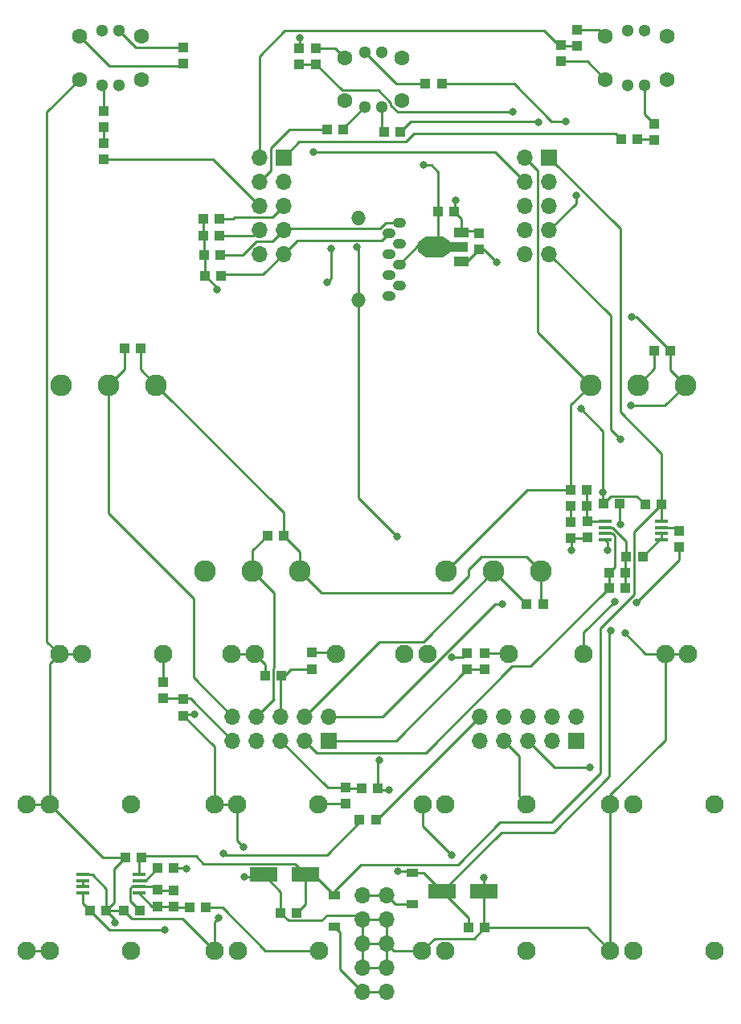
<source format=gbr>
G04 #@! TF.GenerationSoftware,KiCad,Pcbnew,7.0.1-0*
G04 #@! TF.CreationDate,2023-03-29T13:01:15-07:00*
G04 #@! TF.ProjectId,Kit-Trig-Sampler,4b69742d-5472-4696-972d-53616d706c65,rev?*
G04 #@! TF.SameCoordinates,PXb71b00PY73f50f0*
G04 #@! TF.FileFunction,Copper,L1,Top*
G04 #@! TF.FilePolarity,Positive*
%FSLAX46Y46*%
G04 Gerber Fmt 4.6, Leading zero omitted, Abs format (unit mm)*
G04 Created by KiCad (PCBNEW 7.0.1-0) date 2023-03-29 13:01:15*
%MOMM*%
%LPD*%
G01*
G04 APERTURE LIST*
G04 Aperture macros list*
%AMOutline4P*
0 Free polygon, 4 corners , with rotation*
0 The origin of the aperture is its center*
0 number of corners: always 4*
0 $1 to $8 corner X, Y*
0 $9 Rotation angle, in degrees counterclockwise*
0 create outline with 4 corners*
4,1,4,$1,$2,$3,$4,$5,$6,$7,$8,$1,$2,$9*%
G04 Aperture macros list end*
G04 #@! TA.AperFunction,SMDPad,CuDef*
%ADD10R,1.000000X1.000000*%
G04 #@! TD*
G04 #@! TA.AperFunction,SMDPad,CuDef*
%ADD11R,1.200000X0.900000*%
G04 #@! TD*
G04 #@! TA.AperFunction,ComponentPad*
%ADD12R,1.700000X1.700000*%
G04 #@! TD*
G04 #@! TA.AperFunction,ComponentPad*
%ADD13O,1.700000X1.700000*%
G04 #@! TD*
G04 #@! TA.AperFunction,SMDPad,CuDef*
%ADD14R,3.000000X1.600000*%
G04 #@! TD*
G04 #@! TA.AperFunction,SMDPad,CuDef*
%ADD15R,1.450000X0.450000*%
G04 #@! TD*
G04 #@! TA.AperFunction,SMDPad,CuDef*
%ADD16R,1.500000X1.000000*%
G04 #@! TD*
G04 #@! TA.AperFunction,SMDPad,CuDef*
%ADD17R,1.800000X1.000000*%
G04 #@! TD*
G04 #@! TA.AperFunction,SMDPad,CuDef*
%ADD18Outline4P,-1.100000X-0.500000X1.100000X-0.500000X0.400000X0.500000X-0.400000X0.500000X270.000000*%
G04 #@! TD*
G04 #@! TA.AperFunction,SMDPad,CuDef*
%ADD19R,1.840000X2.200000*%
G04 #@! TD*
G04 #@! TA.AperFunction,SMDPad,CuDef*
%ADD20Outline4P,-1.100000X-0.425000X1.100000X-0.425000X0.500000X0.425000X-0.500000X0.425000X90.000000*%
G04 #@! TD*
G04 #@! TA.AperFunction,ComponentPad*
%ADD21C,1.930400*%
G04 #@! TD*
G04 #@! TA.AperFunction,ComponentPad*
%ADD22C,1.600000*%
G04 #@! TD*
G04 #@! TA.AperFunction,ComponentPad*
%ADD23C,1.300000*%
G04 #@! TD*
G04 #@! TA.AperFunction,ComponentPad*
%ADD24O,1.397000X1.092200*%
G04 #@! TD*
G04 #@! TA.AperFunction,ComponentPad*
%ADD25O,1.524000X1.524000*%
G04 #@! TD*
G04 #@! TA.AperFunction,ComponentPad*
%ADD26C,2.286000*%
G04 #@! TD*
G04 #@! TA.AperFunction,ViaPad*
%ADD27C,0.800000*%
G04 #@! TD*
G04 #@! TA.AperFunction,Conductor*
%ADD28C,0.250000*%
G04 #@! TD*
G04 APERTURE END LIST*
D10*
G04 #@! TO.P,C7,1*
G04 #@! TO.N,+12V*
X49060000Y10330000D03*
G04 #@! TO.P,C7,2*
G04 #@! TO.N,GND*
X50760000Y10330000D03*
G04 #@! TD*
G04 #@! TO.P,C17,1*
G04 #@! TO.N,/D12*
X31200000Y101210000D03*
G04 #@! TO.P,C17,2*
G04 #@! TO.N,GND*
X31200000Y102910000D03*
G04 #@! TD*
G04 #@! TO.P,R26,1*
G04 #@! TO.N,Net-(PLAY_BUT1-POLE-A)*
X33000000Y102910000D03*
G04 #@! TO.P,R26,2*
G04 #@! TO.N,/D12*
X33000000Y101210000D03*
G04 #@! TD*
G04 #@! TO.P,R2,1*
G04 #@! TO.N,Net-(J1-SIG)*
X50710000Y39230000D03*
G04 #@! TO.P,R2,2*
G04 #@! TO.N,/A0*
X50710000Y37530000D03*
G04 #@! TD*
G04 #@! TO.P,R37,1*
G04 #@! TO.N,Net-(R37-Pad1)*
X59760000Y54710000D03*
G04 #@! TO.P,R37,2*
G04 #@! TO.N,Net-(U1B-+)*
X61460000Y54710000D03*
G04 #@! TD*
D11*
G04 #@! TO.P,D2,1,K*
G04 #@! TO.N,Net-(D2-K)*
X34870000Y10420000D03*
G04 #@! TO.P,D2,2,A*
G04 #@! TO.N,-12VA*
X34870000Y13720000D03*
G04 #@! TD*
D10*
G04 #@! TO.P,R33,1*
G04 #@! TO.N,Net-(J13-SIG)*
X36050000Y23370000D03*
G04 #@! TO.P,R33,2*
G04 #@! TO.N,/A4*
X36050000Y25070000D03*
G04 #@! TD*
D12*
G04 #@! TO.P,JC1,1,+12V*
G04 #@! TO.N,/A0*
X34351978Y30026200D03*
D13*
G04 #@! TO.P,JC1,2,+12V*
G04 #@! TO.N,/A1*
X34351978Y32566200D03*
G04 #@! TO.P,JC1,3,GND*
G04 #@! TO.N,/A2*
X31811978Y30026200D03*
G04 #@! TO.P,JC1,4,GND*
G04 #@! TO.N,/A3*
X31811978Y32566200D03*
G04 #@! TO.P,JC1,5,GND*
G04 #@! TO.N,/A4*
X29271978Y30026200D03*
G04 #@! TO.P,JC1,6,GND*
G04 #@! TO.N,/A5*
X29271978Y32566200D03*
G04 #@! TO.P,JC1,7,GND*
G04 #@! TO.N,/A6*
X26731978Y30026200D03*
G04 #@! TO.P,JC1,8,GND*
G04 #@! TO.N,/A7*
X26731978Y32566200D03*
G04 #@! TO.P,JC1,9,-12V*
G04 #@! TO.N,/A8*
X24191978Y30026200D03*
G04 #@! TO.P,JC1,10,-12V*
G04 #@! TO.N,/A9*
X24191978Y32566200D03*
G04 #@! TD*
D10*
G04 #@! TO.P,R16,1*
G04 #@! TO.N,Net-(R16-Pad1)*
X68600000Y93260000D03*
G04 #@! TO.P,R16,2*
G04 #@! TO.N,Net-(Bank_But1-B)*
X68600000Y94960000D03*
G04 #@! TD*
G04 #@! TO.P,C1,1*
G04 #@! TO.N,/A1*
X68620000Y71040000D03*
G04 #@! TO.P,C1,2*
G04 #@! TO.N,GNDADC*
X70320000Y71040000D03*
G04 #@! TD*
D14*
G04 #@! TO.P,C4,1*
G04 #@! TO.N,+12V*
X46260000Y14130000D03*
G04 #@! TO.P,C4,2*
G04 #@! TO.N,GND*
X50660000Y14130000D03*
G04 #@! TD*
D10*
G04 #@! TO.P,R5,1*
G04 #@! TO.N,GND*
X48870000Y39200000D03*
G04 #@! TO.P,R5,2*
G04 #@! TO.N,/A0*
X48870000Y37500000D03*
G04 #@! TD*
G04 #@! TO.P,R14,1*
G04 #@! TO.N,Net-(U2A--)*
X16310000Y14290000D03*
G04 #@! TO.P,R14,2*
G04 #@! TO.N,Net-(C11-Pad2)*
X16310000Y12590000D03*
G04 #@! TD*
G04 #@! TO.P,R25,1*
G04 #@! TO.N,Net-(Bank_But1-POLE-A)*
X60490000Y104840000D03*
G04 #@! TO.P,R25,2*
G04 #@! TO.N,/D6*
X60490000Y103140000D03*
G04 #@! TD*
G04 #@! TO.P,C15,1*
G04 #@! TO.N,-12VA*
X14590000Y17740000D03*
G04 #@! TO.P,C15,2*
G04 #@! TO.N,GND*
X12890000Y17740000D03*
G04 #@! TD*
G04 #@! TO.P,C19,1*
G04 #@! TO.N,+12V*
X50110000Y81720000D03*
G04 #@! TO.P,C19,2*
G04 #@! TO.N,GND*
X50110000Y83420000D03*
G04 #@! TD*
G04 #@! TO.P,C20,1*
G04 #@! TO.N,+3V3*
X45840000Y85680000D03*
G04 #@! TO.P,C20,2*
G04 #@! TO.N,GND*
X47540000Y85680000D03*
G04 #@! TD*
D11*
G04 #@! TO.P,D1,1,K*
G04 #@! TO.N,+12V*
X43160000Y16100000D03*
G04 #@! TO.P,D1,2,A*
G04 #@! TO.N,Net-(D1-A)*
X43160000Y12800000D03*
G04 #@! TD*
D10*
G04 #@! TO.P,C13,1*
G04 #@! TO.N,-12VA*
X69350000Y54880000D03*
G04 #@! TO.P,C13,2*
G04 #@! TO.N,GND*
X67650000Y54880000D03*
G04 #@! TD*
G04 #@! TO.P,R23,1*
G04 #@! TO.N,Net-(PLAY_BUT1-G)*
X44510000Y99160000D03*
G04 #@! TO.P,R23,2*
G04 #@! TO.N,/D14*
X46210000Y99160000D03*
G04 #@! TD*
G04 #@! TO.P,C9,1*
G04 #@! TO.N,/A7*
X27850000Y51610000D03*
G04 #@! TO.P,C9,2*
G04 #@! TO.N,GNDADC*
X29550000Y51610000D03*
G04 #@! TD*
G04 #@! TO.P,R17,1*
G04 #@! TO.N,Net-(J5-SIG)*
X37570000Y21730000D03*
G04 #@! TO.P,R17,2*
G04 #@! TO.N,/D2*
X39270000Y21730000D03*
G04 #@! TD*
D15*
G04 #@! TO.P,U1,1*
G04 #@! TO.N,Net-(U1A--)*
X69350000Y51155000D03*
G04 #@! TO.P,U1,2,-*
X69350000Y51805000D03*
G04 #@! TO.P,U1,3,+*
G04 #@! TO.N,Net-(U1A-+)*
X69350000Y52455000D03*
G04 #@! TO.P,U1,4,V-*
G04 #@! TO.N,-12VA*
X69350000Y53105000D03*
G04 #@! TO.P,U1,5,+*
G04 #@! TO.N,Net-(U1B-+)*
X63450000Y53105000D03*
G04 #@! TO.P,U1,6,-*
G04 #@! TO.N,Net-(U1B--)*
X63450000Y52455000D03*
G04 #@! TO.P,U1,7*
G04 #@! TO.N,/A2*
X63450000Y51805000D03*
G04 #@! TO.P,U1,8,V+*
G04 #@! TO.N,+12V*
X63450000Y51155000D03*
G04 #@! TD*
D10*
G04 #@! TO.P,R30,1*
G04 #@! TO.N,+3V3*
X21080000Y83140000D03*
G04 #@! TO.P,R30,2*
G04 #@! TO.N,/D4*
X22780000Y83140000D03*
G04 #@! TD*
G04 #@! TO.P,R21,1*
G04 #@! TO.N,Net-(R21-Pad1)*
X10600000Y94580000D03*
G04 #@! TO.P,R21,2*
G04 #@! TO.N,Net-(REV_BUT1-R)*
X10600000Y96280000D03*
G04 #@! TD*
D13*
G04 #@! TO.P,J14,1,+12V*
G04 #@! TO.N,Net-(D1-A)*
X37830000Y13770000D03*
G04 #@! TO.P,J14,2,+12V*
X40370000Y13770000D03*
G04 #@! TO.P,J14,3,GND*
G04 #@! TO.N,GND*
X37830000Y11230000D03*
G04 #@! TO.P,J14,4,GND*
X40370000Y11230000D03*
G04 #@! TO.P,J14,5,GND*
X37830000Y8690000D03*
G04 #@! TO.P,J14,6,GND*
X40370000Y8690000D03*
G04 #@! TO.P,J14,7,GND*
X37830000Y6150000D03*
G04 #@! TO.P,J14,8,GND*
X40370000Y6150000D03*
G04 #@! TO.P,J14,9,-12V*
G04 #@! TO.N,Net-(D2-K)*
X37830000Y3610000D03*
G04 #@! TO.P,J14,10,-12V*
X40370000Y3610000D03*
G04 #@! TD*
D10*
G04 #@! TO.P,R4,1*
G04 #@! TO.N,Net-(J3-SIG)*
X16880000Y36160000D03*
G04 #@! TO.P,R4,2*
G04 #@! TO.N,/A8*
X16880000Y34460000D03*
G04 #@! TD*
G04 #@! TO.P,R28,1*
G04 #@! TO.N,+3V3*
X21090000Y84970000D03*
G04 #@! TO.P,R28,2*
G04 #@! TO.N,/D18*
X22790000Y84970000D03*
G04 #@! TD*
G04 #@! TO.P,R40,1*
G04 #@! TO.N,/D5*
X65150000Y93320000D03*
G04 #@! TO.P,R40,2*
G04 #@! TO.N,Net-(R16-Pad1)*
X66850000Y93320000D03*
G04 #@! TD*
G04 #@! TO.P,R1,1*
G04 #@! TO.N,Net-(J4-SIG)*
X71220000Y50390000D03*
G04 #@! TO.P,R1,2*
G04 #@! TO.N,Net-(U1A-+)*
X71220000Y52090000D03*
G04 #@! TD*
G04 #@! TO.P,R41,1*
G04 #@! TO.N,/D7*
X10610000Y91170000D03*
G04 #@! TO.P,R41,2*
G04 #@! TO.N,Net-(R21-Pad1)*
X10610000Y92870000D03*
G04 #@! TD*
G04 #@! TO.P,R12,1*
G04 #@! TO.N,/D15*
X17990000Y16580000D03*
G04 #@! TO.P,R12,2*
G04 #@! TO.N,Net-(U2A-+)*
X16290000Y16580000D03*
G04 #@! TD*
G04 #@! TO.P,C8,1*
G04 #@! TO.N,-12VA*
X30960000Y11900000D03*
G04 #@! TO.P,C8,2*
G04 #@! TO.N,GND*
X29260000Y11900000D03*
G04 #@! TD*
G04 #@! TO.P,R27,1*
G04 #@! TO.N,+3V3*
X19030000Y103000000D03*
G04 #@! TO.P,R27,2*
G04 #@! TO.N,/A6*
X19030000Y101300000D03*
G04 #@! TD*
G04 #@! TO.P,C6,1*
G04 #@! TO.N,/A2*
X63820000Y46070000D03*
G04 #@! TO.P,C6,2*
G04 #@! TO.N,Net-(U1B--)*
X65520000Y46070000D03*
G04 #@! TD*
G04 #@! TO.P,R6,1*
G04 #@! TO.N,GND*
X27630000Y36880000D03*
G04 #@! TO.P,R6,2*
G04 #@! TO.N,/A5*
X29330000Y36880000D03*
G04 #@! TD*
G04 #@! TO.P,R9,1*
G04 #@! TO.N,GND*
X59790000Y51360000D03*
G04 #@! TO.P,R9,2*
G04 #@! TO.N,Net-(R37-Pad1)*
X59790000Y53060000D03*
G04 #@! TD*
G04 #@! TO.P,R32,1*
G04 #@! TO.N,+3V3*
X21210000Y81110000D03*
G04 #@! TO.P,R32,2*
G04 #@! TO.N,/D17*
X22910000Y81110000D03*
G04 #@! TD*
G04 #@! TO.P,C2,1*
G04 #@! TO.N,/A9*
X12770000Y71290000D03*
G04 #@! TO.P,C2,2*
G04 #@! TO.N,GNDADC*
X14470000Y71290000D03*
G04 #@! TD*
G04 #@! TO.P,R13,1*
G04 #@! TO.N,GND*
X12710000Y12100000D03*
G04 #@! TO.P,R13,2*
G04 #@! TO.N,Net-(U2A--)*
X14410000Y12100000D03*
G04 #@! TD*
G04 #@! TO.P,R19,1*
G04 #@! TO.N,/D8*
X34110000Y94320000D03*
G04 #@! TO.P,R19,2*
G04 #@! TO.N,Net-(PLAY_BUT1-R)*
X35810000Y94320000D03*
G04 #@! TD*
D14*
G04 #@! TO.P,C5,1*
G04 #@! TO.N,GND*
X27460000Y15900000D03*
G04 #@! TO.P,C5,2*
G04 #@! TO.N,-12VA*
X31860000Y15900000D03*
G04 #@! TD*
D10*
G04 #@! TO.P,C14,1*
G04 #@! TO.N,+12V*
X9170000Y12130000D03*
G04 #@! TO.P,C14,2*
G04 #@! TO.N,GND*
X10870000Y12130000D03*
G04 #@! TD*
G04 #@! TO.P,R34,1*
G04 #@! TO.N,GND*
X39490000Y24980000D03*
G04 #@! TO.P,R34,2*
G04 #@! TO.N,/A4*
X37790000Y24980000D03*
G04 #@! TD*
D12*
G04 #@! TO.P,JA1,1,+12V*
G04 #@! TO.N,-12VA*
X57542000Y91376192D03*
D13*
G04 #@! TO.P,JA1,2,+12V*
G04 #@! TO.N,VREF+*
X55002000Y91376192D03*
G04 #@! TO.P,JA1,3,GND*
G04 #@! TO.N,/D11*
X57542000Y88836192D03*
G04 #@! TO.P,JA1,4,GND*
G04 #@! TO.N,/D10*
X55002000Y88836192D03*
G04 #@! TO.P,JA1,5,GND*
G04 #@! TO.N,/D14*
X57542000Y86296192D03*
G04 #@! TO.P,JA1,6,GND*
G04 #@! TO.N,/D12*
X55002000Y86296192D03*
G04 #@! TO.P,JA1,7,GND*
G04 #@! TO.N,GND*
X57542000Y83756192D03*
G04 #@! TO.P,JA1,8,GND*
G04 #@! TO.N,GNDADC*
X55002000Y83756192D03*
G04 #@! TO.P,JA1,9,-12V*
G04 #@! TO.N,+12V*
X57542000Y81216192D03*
G04 #@! TO.P,JA1,10,-12V*
G04 #@! TO.N,/Unused(5V)*
X55002000Y81216192D03*
G04 #@! TD*
D10*
G04 #@! TO.P,R31,1*
G04 #@! TO.N,+3V3*
X21300000Y78960000D03*
G04 #@! TO.P,R31,2*
G04 #@! TO.N,/D16*
X23000000Y78960000D03*
G04 #@! TD*
D15*
G04 #@! TO.P,U2,1*
G04 #@! TO.N,Net-(C11-Pad2)*
X14310000Y13985000D03*
G04 #@! TO.P,U2,2,-*
G04 #@! TO.N,Net-(U2A--)*
X14310000Y14635000D03*
G04 #@! TO.P,U2,3,+*
G04 #@! TO.N,Net-(U2A-+)*
X14310000Y15285000D03*
G04 #@! TO.P,U2,4,V-*
G04 #@! TO.N,-12VA*
X14310000Y15935000D03*
G04 #@! TO.P,U2,5,+*
G04 #@! TO.N,GND*
X8410000Y15935000D03*
G04 #@! TO.P,U2,6,-*
G04 #@! TO.N,Net-(U2B--)*
X8410000Y15285000D03*
G04 #@! TO.P,U2,7*
X8410000Y14635000D03*
G04 #@! TO.P,U2,8,V+*
G04 #@! TO.N,+12V*
X8410000Y13985000D03*
G04 #@! TD*
D10*
G04 #@! TO.P,R7,1*
G04 #@! TO.N,GND*
X19010000Y32660000D03*
G04 #@! TO.P,R7,2*
G04 #@! TO.N,/A8*
X19010000Y34360000D03*
G04 #@! TD*
D16*
G04 #@! TO.P,U3,1,GND*
G04 #@! TO.N,+12V*
X48260000Y80480000D03*
D17*
G04 #@! TO.P,U3,2,VO*
G04 #@! TO.N,+3V3*
X48113500Y81980000D03*
D18*
X46856200Y81980000D03*
D19*
X45446500Y81980000D03*
D20*
X44113000Y81980000D03*
D16*
G04 #@! TO.P,U3,3,VIN*
G04 #@! TO.N,GND*
X48260000Y83480000D03*
G04 #@! TD*
D10*
G04 #@! TO.P,C12,1*
G04 #@! TO.N,+12V*
X64940000Y54950000D03*
G04 #@! TO.P,C12,2*
G04 #@! TO.N,GND*
X63240000Y54950000D03*
G04 #@! TD*
G04 #@! TO.P,C16,1*
G04 #@! TO.N,/D6*
X58740000Y103210000D03*
G04 #@! TO.P,C16,2*
G04 #@! TO.N,GND*
X58740000Y101510000D03*
G04 #@! TD*
G04 #@! TO.P,R11,1*
G04 #@! TO.N,Net-(U1B-+)*
X61500000Y56380000D03*
G04 #@! TO.P,R11,2*
G04 #@! TO.N,VREF+*
X59800000Y56380000D03*
G04 #@! TD*
G04 #@! TO.P,R10,1*
G04 #@! TO.N,/A2*
X63870000Y47690000D03*
G04 #@! TO.P,R10,2*
G04 #@! TO.N,Net-(U1B--)*
X65570000Y47690000D03*
G04 #@! TD*
G04 #@! TO.P,R15,1*
G04 #@! TO.N,Net-(C11-Pad2)*
X19640000Y12470000D03*
G04 #@! TO.P,R15,2*
G04 #@! TO.N,Net-(J7-SIG)*
X21340000Y12470000D03*
G04 #@! TD*
G04 #@! TO.P,C11,1*
G04 #@! TO.N,Net-(U2A--)*
X17980000Y14230000D03*
G04 #@! TO.P,C11,2*
G04 #@! TO.N,Net-(C11-Pad2)*
X17980000Y12530000D03*
G04 #@! TD*
G04 #@! TO.P,R18,1*
G04 #@! TO.N,/D11*
X41890000Y94110000D03*
G04 #@! TO.P,R18,2*
G04 #@! TO.N,Net-(PLAY_BUT1-B)*
X40190000Y94110000D03*
G04 #@! TD*
D12*
G04 #@! TO.P,JB1,1,+12V*
G04 #@! TO.N,/AUDIO_OUT2*
X60352002Y30026200D03*
D13*
G04 #@! TO.P,JB1,2,+12V*
G04 #@! TO.N,/D0*
X60352002Y32566200D03*
G04 #@! TO.P,JB1,3,GND*
G04 #@! TO.N,/AUDIO_OUT1*
X57812002Y30026200D03*
G04 #@! TO.P,JB1,4,GND*
G04 #@! TO.N,/D1*
X57812002Y32566200D03*
G04 #@! TO.P,JB1,5,GND*
G04 #@! TO.N,/AUDIO_IN2*
X55272002Y30026200D03*
G04 #@! TO.P,JB1,6,GND*
G04 #@! TO.N,/D15*
X55272002Y32566200D03*
G04 #@! TO.P,JB1,7,GND*
G04 #@! TO.N,/AUDIO_IN1*
X52732002Y30026200D03*
G04 #@! TO.P,JB1,8,GND*
G04 #@! TO.N,/D13*
X52732002Y32566200D03*
G04 #@! TO.P,JB1,9,-12V*
G04 #@! TO.N,/D3*
X50192002Y30026200D03*
G04 #@! TO.P,JB1,10,-12V*
G04 #@! TO.N,/D2*
X50192002Y32566200D03*
G04 #@! TD*
D10*
G04 #@! TO.P,R8,1*
G04 #@! TO.N,Net-(U1A--)*
X67380000Y49400000D03*
G04 #@! TO.P,R8,2*
G04 #@! TO.N,Net-(U1B--)*
X65680000Y49400000D03*
G04 #@! TD*
G04 #@! TO.P,C3,1*
G04 #@! TO.N,GND*
X61570000Y51420000D03*
G04 #@! TO.P,C3,2*
G04 #@! TO.N,Net-(U1B-+)*
X61570000Y53120000D03*
G04 #@! TD*
D12*
G04 #@! TO.P,JD1,1,+12V*
G04 #@! TO.N,/D5*
X29541980Y91376192D03*
D13*
G04 #@! TO.P,JD1,2,+12V*
G04 #@! TO.N,/D6*
X27001980Y91376192D03*
G04 #@! TO.P,JD1,3,GND*
G04 #@! TO.N,/D19*
X29541980Y88836192D03*
G04 #@! TO.P,JD1,4,GND*
G04 #@! TO.N,/D8*
X27001980Y88836192D03*
G04 #@! TO.P,JD1,5,GND*
G04 #@! TO.N,/D18*
X29541980Y86296192D03*
G04 #@! TO.P,JD1,6,GND*
G04 #@! TO.N,/D7*
X27001980Y86296192D03*
G04 #@! TO.P,JD1,7,GND*
G04 #@! TO.N,/D17*
X29541980Y83756192D03*
G04 #@! TO.P,JD1,8,GND*
G04 #@! TO.N,/D4*
X27001980Y83756192D03*
G04 #@! TO.P,JD1,9,-12V*
G04 #@! TO.N,/D16*
X29541980Y81216192D03*
G04 #@! TO.P,JD1,10,-12V*
G04 #@! TO.N,/D9*
X27001980Y81216192D03*
G04 #@! TD*
D10*
G04 #@! TO.P,R3,1*
G04 #@! TO.N,Net-(J2-SIG)*
X32530000Y39270000D03*
G04 #@! TO.P,R3,2*
G04 #@! TO.N,/A5*
X32530000Y37570000D03*
G04 #@! TD*
G04 #@! TO.P,C10,1*
G04 #@! TO.N,/A3*
X55180000Y44410000D03*
G04 #@! TO.P,C10,2*
G04 #@! TO.N,GNDADC*
X56880000Y44410000D03*
G04 #@! TD*
D21*
G04 #@! TO.P,J10,1,SIG*
G04 #@! TO.N,/AUDIO_IN1*
X55164000Y23332764D03*
G04 #@! TO.P,J10,2,SHEILD*
G04 #@! TO.N,GND*
X44191200Y23332764D03*
G04 #@! TO.P,J10,3,SW*
G04 #@! TO.N,unconnected-(J10-SW-Pad3)*
X46604200Y23332764D03*
G04 #@! TD*
D22*
G04 #@! TO.P,Bank_But1,1,UP-A*
G04 #@! TO.N,unconnected-(Bank_But1-UP-A-Pad1)*
X69950000Y104132764D03*
G04 #@! TO.P,Bank_But1,2,POLE-A*
G04 #@! TO.N,Net-(Bank_But1-POLE-A)*
X63450000Y104132764D03*
G04 #@! TO.P,Bank_But1,3,DOWN-A*
G04 #@! TO.N,unconnected-(Bank_But1-DOWN-A-Pad3)*
X69950000Y99632764D03*
G04 #@! TO.P,Bank_But1,4,UP-B*
G04 #@! TO.N,GND*
X63450000Y99632764D03*
D23*
G04 #@! TO.P,Bank_But1,5,CA*
G04 #@! TO.N,+3V3*
X67600000Y104782764D03*
G04 #@! TO.P,Bank_But1,6,G*
G04 #@! TO.N,/D0*
X65800000Y104782764D03*
G04 #@! TO.P,Bank_But1,7,R*
G04 #@! TO.N,/D1*
X65800000Y98982764D03*
G04 #@! TO.P,Bank_But1,8,B*
G04 #@! TO.N,Net-(Bank_But1-B)*
X67600000Y98982764D03*
G04 #@! TD*
D24*
G04 #@! TO.P,SD1,1,DAT2*
G04 #@! TO.N,/D18*
X40630000Y76850249D03*
G04 #@! TO.P,SD1,2,CD/DAT3*
G04 #@! TO.N,/D19*
X41729820Y77950069D03*
G04 #@! TO.P,SD1,3,CMD*
G04 #@! TO.N,/D4*
X40630000Y79050143D03*
G04 #@! TO.P,SD1,4,VDD*
G04 #@! TO.N,+3V3*
X41729820Y80149963D03*
G04 #@! TO.P,SD1,5,CLK*
G04 #@! TO.N,/D9*
X40630000Y81250037D03*
G04 #@! TO.P,SD1,6,VSS*
G04 #@! TO.N,GND*
X41729820Y82349857D03*
G04 #@! TO.P,SD1,7,DAT0*
G04 #@! TO.N,/D16*
X40630000Y83449931D03*
G04 #@! TO.P,SD1,8,DAT1*
G04 #@! TO.N,/D17*
X41729820Y84549751D03*
D25*
G04 #@! TO.P,SD1,9,SHELL1*
G04 #@! TO.N,GND*
X37460080Y76407400D03*
G04 #@! TO.P,SD1,10,SHELL2*
X37460080Y84992600D03*
G04 #@! TD*
D26*
G04 #@! TO.P,POT_LENGTH1,1,Left*
G04 #@! TO.N,GNDADC*
X31300000Y47866000D03*
G04 #@! TO.P,POT_LENGTH1,2,Center*
G04 #@! TO.N,/A7*
X26300000Y47866000D03*
G04 #@! TO.P,POT_LENGTH1,3,Right*
G04 #@! TO.N,VREF+*
X21300000Y47866000D03*
G04 #@! TD*
D21*
G04 #@! TO.P,J2,1,SIG*
G04 #@! TO.N,Net-(J2-SIG)*
X35057000Y39132764D03*
G04 #@! TO.P,J2,2,SHEILD*
G04 #@! TO.N,GND*
X24084200Y39132764D03*
G04 #@! TO.P,J2,3,SW*
X26497200Y39132764D03*
G04 #@! TD*
D26*
G04 #@! TO.P,POT_PITCH1,1,Left*
G04 #@! TO.N,GNDADC*
X71900000Y67453764D03*
G04 #@! TO.P,POT_PITCH1,2,Center*
G04 #@! TO.N,/A1*
X66900000Y67453764D03*
G04 #@! TO.P,POT_PITCH1,3,Right*
G04 #@! TO.N,VREF+*
X61900000Y67453764D03*
G04 #@! TD*
D21*
G04 #@! TO.P,J7,1,SIG*
G04 #@! TO.N,Net-(J7-SIG)*
X33277000Y7907764D03*
G04 #@! TO.P,J7,2,SHEILD*
G04 #@! TO.N,GND*
X22304200Y7907764D03*
G04 #@! TO.P,J7,3,SW*
G04 #@! TO.N,unconnected-(J7-SW-Pad3)*
X24717200Y7907764D03*
G04 #@! TD*
G04 #@! TO.P,J6,1,SIG*
G04 #@! TO.N,Net-(J6-SIG)*
X13482000Y23332764D03*
G04 #@! TO.P,J6,2,SHEILD*
G04 #@! TO.N,GND*
X2509200Y23332764D03*
G04 #@! TO.P,J6,3,SW*
X4922200Y23332764D03*
G04 #@! TD*
G04 #@! TO.P,J4,1,SIG*
G04 #@! TO.N,Net-(J4-SIG)*
X61193000Y39132764D03*
G04 #@! TO.P,J4,2,SHEILD*
G04 #@! TO.N,GND*
X72165800Y39132764D03*
G04 #@! TO.P,J4,3,SW*
X69752800Y39132764D03*
G04 #@! TD*
D22*
G04 #@! TO.P,REV_BUT1,1,UP-A*
G04 #@! TO.N,unconnected-(REV_BUT1-UP-A-Pad1)*
X14550000Y104132764D03*
G04 #@! TO.P,REV_BUT1,2,POLE-A*
G04 #@! TO.N,/A6*
X8050000Y104132764D03*
G04 #@! TO.P,REV_BUT1,3,DOWN-A*
G04 #@! TO.N,unconnected-(REV_BUT1-DOWN-A-Pad3)*
X14550000Y99632764D03*
G04 #@! TO.P,REV_BUT1,4,UP-B*
G04 #@! TO.N,GND*
X8050000Y99632764D03*
D23*
G04 #@! TO.P,REV_BUT1,5,CA*
G04 #@! TO.N,+3V3*
X12200000Y104782764D03*
G04 #@! TO.P,REV_BUT1,6,G*
G04 #@! TO.N,/D10*
X10400000Y104782764D03*
G04 #@! TO.P,REV_BUT1,7,R*
G04 #@! TO.N,Net-(REV_BUT1-R)*
X10400000Y98982764D03*
G04 #@! TO.P,REV_BUT1,8,B*
G04 #@! TO.N,/D3*
X12200000Y98982764D03*
G04 #@! TD*
D21*
G04 #@! TO.P,J5,1,SIG*
G04 #@! TO.N,Net-(J5-SIG)*
X13482000Y7907764D03*
G04 #@! TO.P,J5,2,SHEILD*
G04 #@! TO.N,GND*
X2509200Y7907764D03*
G04 #@! TO.P,J5,3,SW*
X4922200Y7907764D03*
G04 #@! TD*
G04 #@! TO.P,J9,1,SIG*
G04 #@! TO.N,/AUDIO_OUT1*
X55137000Y7907764D03*
G04 #@! TO.P,J9,2,SHEILD*
G04 #@! TO.N,GND*
X44164200Y7907764D03*
G04 #@! TO.P,J9,3,SW*
G04 #@! TO.N,unconnected-(J9-SW-Pad3)*
X46577200Y7907764D03*
G04 #@! TD*
G04 #@! TO.P,J8,1,SIG*
G04 #@! TO.N,/AUDIO_IN2*
X74932000Y23332764D03*
G04 #@! TO.P,J8,2,SHEILD*
G04 #@! TO.N,GND*
X63959200Y23332764D03*
G04 #@! TO.P,J8,3,SW*
G04 #@! TO.N,unconnected-(J8-SW-Pad3)*
X66372200Y23332764D03*
G04 #@! TD*
G04 #@! TO.P,J1,1,SIG*
G04 #@! TO.N,Net-(J1-SIG)*
X53282000Y39132764D03*
G04 #@! TO.P,J1,2,SHEILD*
G04 #@! TO.N,GND*
X42309200Y39132764D03*
G04 #@! TO.P,J1,3,SW*
X44722200Y39132764D03*
G04 #@! TD*
G04 #@! TO.P,J11,1,SIG*
G04 #@! TO.N,/AUDIO_OUT2*
X74932000Y7907764D03*
G04 #@! TO.P,J11,2,SHEILD*
G04 #@! TO.N,GND*
X63959200Y7907764D03*
G04 #@! TO.P,J11,3,SW*
G04 #@! TO.N,unconnected-(J11-SW-Pad3)*
X66372200Y7907764D03*
G04 #@! TD*
G04 #@! TO.P,J13,1,SIG*
G04 #@! TO.N,Net-(J13-SIG)*
X33250000Y23332764D03*
G04 #@! TO.P,J13,2,SHEILD*
G04 #@! TO.N,GND*
X22277200Y23332764D03*
G04 #@! TO.P,J13,3,SW*
X24690200Y23332764D03*
G04 #@! TD*
D26*
G04 #@! TO.P,POT_START1,1,Left*
G04 #@! TO.N,GNDADC*
X56700000Y47821681D03*
G04 #@! TO.P,POT_START1,2,Center*
G04 #@! TO.N,/A3*
X51700000Y47821681D03*
G04 #@! TO.P,POT_START1,3,Right*
G04 #@! TO.N,VREF+*
X46700000Y47821681D03*
G04 #@! TD*
D22*
G04 #@! TO.P,PLAY_BUT1,1,UP-A*
G04 #@! TO.N,unconnected-(PLAY_BUT1-UP-A-Pad1)*
X41996000Y101857764D03*
G04 #@! TO.P,PLAY_BUT1,2,POLE-A*
G04 #@! TO.N,Net-(PLAY_BUT1-POLE-A)*
X36004000Y101857764D03*
G04 #@! TO.P,PLAY_BUT1,3,DOWN-A*
G04 #@! TO.N,unconnected-(PLAY_BUT1-DOWN-A-Pad3)*
X41996000Y97357764D03*
G04 #@! TO.P,PLAY_BUT1,4,UP-B*
G04 #@! TO.N,GND*
X36004000Y97357764D03*
D23*
G04 #@! TO.P,PLAY_BUT1,5,CA*
G04 #@! TO.N,+3V3*
X39900000Y102507764D03*
G04 #@! TO.P,PLAY_BUT1,6,G*
G04 #@! TO.N,Net-(PLAY_BUT1-G)*
X38100000Y102507764D03*
G04 #@! TO.P,PLAY_BUT1,7,R*
G04 #@! TO.N,Net-(PLAY_BUT1-R)*
X38100000Y96707764D03*
G04 #@! TO.P,PLAY_BUT1,8,B*
G04 #@! TO.N,Net-(PLAY_BUT1-B)*
X39900000Y96707764D03*
G04 #@! TD*
D26*
G04 #@! TO.P,POT_SAMP1,1,Left*
G04 #@! TO.N,GNDADC*
X16100000Y67453764D03*
G04 #@! TO.P,POT_SAMP1,2,Center*
G04 #@! TO.N,/A9*
X11100000Y67453764D03*
G04 #@! TO.P,POT_SAMP1,3,Right*
G04 #@! TO.N,VREF+*
X6100000Y67453764D03*
G04 #@! TD*
D21*
G04 #@! TO.P,J3,1,SIG*
G04 #@! TO.N,Net-(J3-SIG)*
X16882000Y39132764D03*
G04 #@! TO.P,J3,2,SHEILD*
G04 #@! TO.N,GND*
X5909200Y39132764D03*
G04 #@! TO.P,J3,3,SW*
X8322200Y39132764D03*
G04 #@! TD*
D27*
G04 #@! TO.N,GND*
X41480000Y51520000D03*
X37240000Y81950000D03*
X60350000Y87390000D03*
X60857701Y64922299D03*
X11780000Y10820000D03*
X39680000Y28000000D03*
X63180000Y56170000D03*
X20140000Y32760000D03*
X50630000Y15620000D03*
X47280000Y38780000D03*
X25410000Y15720000D03*
X47650000Y86920000D03*
X22730000Y11350000D03*
X31260000Y103995500D03*
X25310000Y18860000D03*
X65525602Y41304398D03*
X40660000Y24800000D03*
X47250000Y17980000D03*
X59850000Y50070000D03*
G04 #@! TO.N,+3V3*
X22550000Y77520000D03*
X44340000Y90610000D03*
G04 #@! TO.N,GNDADC*
X66210000Y74620000D03*
X66150000Y65290000D03*
G04 #@! TO.N,+12V*
X17000000Y10090000D03*
X65030000Y52770000D03*
X65030000Y61730000D03*
X63710000Y50060000D03*
X51970000Y80400000D03*
X64040000Y41610000D03*
X41590000Y16240000D03*
G04 #@! TO.N,/D15*
X19330000Y16540000D03*
G04 #@! TO.N,/AUDIO_IN2*
X61820000Y27210000D03*
G04 #@! TO.N,/D11*
X56440000Y95090000D03*
G04 #@! TO.N,/D10*
X32690000Y92005500D03*
G04 #@! TO.N,/D14*
X59320000Y95220000D03*
G04 #@! TO.N,/D12*
X53720000Y96170000D03*
G04 #@! TO.N,/D19*
X34110000Y78270000D03*
X34550000Y81800000D03*
G04 #@! TO.N,/A1*
X52600000Y44410000D03*
G04 #@! TO.N,Net-(J4-SIG)*
X66750000Y44540000D03*
X64450000Y44640000D03*
G04 #@! TO.N,Net-(J5-SIG)*
X23190000Y18100000D03*
G04 #@! TD*
D28*
G04 #@! TO.N,GND*
X50660000Y14130000D02*
X50660000Y10430000D01*
X22304200Y10924200D02*
X22730000Y11350000D01*
X59790000Y51360000D02*
X61510000Y51360000D01*
X8050000Y99632764D02*
X4632000Y96214764D01*
X25410000Y15720000D02*
X27280000Y15720000D01*
X40370000Y8690000D02*
X40370000Y11230000D01*
X63180000Y62600000D02*
X60857701Y64922299D01*
X47650000Y86920000D02*
X47620000Y86890000D01*
X41480000Y51520000D02*
X37460080Y55539920D01*
X13535000Y11275000D02*
X12710000Y12100000D01*
X4632000Y96214764D02*
X4632000Y40409964D01*
X4922200Y38145764D02*
X5909200Y39132764D01*
X61572764Y101510000D02*
X63450000Y99632764D01*
X63240000Y54950000D02*
X64065000Y55775000D01*
X24084200Y39132764D02*
X26497200Y39132764D01*
X12890000Y17740000D02*
X10514964Y17740000D01*
X10514964Y17740000D02*
X4922200Y23332764D01*
X37460080Y81729920D02*
X37460080Y76407400D01*
X69752800Y39132764D02*
X69752800Y30112800D01*
X22277200Y29392800D02*
X19010000Y32660000D01*
X49627964Y9197964D02*
X45454400Y9197964D01*
X72165800Y39132764D02*
X69752800Y39132764D01*
X27630000Y37999964D02*
X26497200Y39132764D01*
X8410000Y15935000D02*
X9385000Y15935000D01*
X57542000Y83756192D02*
X60350000Y86564192D01*
X10870000Y12130000D02*
X11680000Y12940000D01*
X22277200Y23332764D02*
X22277200Y29392800D01*
X11780000Y11220000D02*
X10870000Y12130000D01*
X44164200Y7907764D02*
X41152236Y7907764D01*
X47280000Y38780000D02*
X48450000Y38780000D01*
X60350000Y86564192D02*
X60350000Y87390000D01*
X8322200Y39132764D02*
X5909200Y39132764D01*
X49890000Y83640000D02*
X48420000Y83640000D01*
X50630000Y15620000D02*
X50630000Y14160000D01*
X4632000Y40409964D02*
X5909200Y39132764D01*
X29260000Y14100000D02*
X27460000Y15900000D01*
X48260000Y84960000D02*
X48260000Y83480000D01*
X37830000Y11230000D02*
X37830000Y8690000D01*
X47540000Y85680000D02*
X48260000Y84960000D01*
X29260000Y11900000D02*
X29260000Y14100000D01*
X66755000Y55775000D02*
X67650000Y54880000D01*
X50760000Y10330000D02*
X61536964Y10330000D01*
X30085000Y11075000D02*
X33555000Y11075000D01*
X9385000Y15935000D02*
X10870000Y14450000D01*
X37460080Y55539920D02*
X37460080Y76407400D01*
X22304200Y7907764D02*
X18936964Y11275000D01*
X61536964Y10330000D02*
X63959200Y7907764D01*
X34135000Y11655000D02*
X37405000Y11655000D01*
X48450000Y38780000D02*
X48870000Y39200000D01*
X67697236Y39132764D02*
X65525602Y41304398D01*
X69752800Y30112800D02*
X63959200Y24319200D01*
X10870000Y12130000D02*
X12680000Y12130000D01*
X37240000Y81950000D02*
X37460080Y81729920D01*
X64065000Y55775000D02*
X66755000Y55775000D01*
X59850000Y50070000D02*
X59850000Y51300000D01*
X22304200Y7907764D02*
X22304200Y10924200D01*
X10870000Y14450000D02*
X10870000Y12130000D01*
X63959200Y7907764D02*
X63959200Y23332764D01*
X37830000Y6150000D02*
X40370000Y6150000D01*
X11680000Y16530000D02*
X12890000Y17740000D01*
X63959200Y24319200D02*
X63959200Y23332764D01*
X27630000Y36880000D02*
X27630000Y37999964D01*
X40660000Y24800000D02*
X39670000Y24800000D01*
X37830000Y8690000D02*
X37830000Y6150000D01*
X58740000Y101510000D02*
X61572764Y101510000D01*
X69752800Y39132764D02*
X67697236Y39132764D01*
X33555000Y11075000D02*
X34135000Y11655000D01*
X29260000Y11900000D02*
X30085000Y11075000D01*
X63180000Y56170000D02*
X63180000Y55010000D01*
X37830000Y8690000D02*
X40370000Y8690000D01*
X20140000Y32760000D02*
X19110000Y32760000D01*
X40370000Y8690000D02*
X40370000Y6150000D01*
X11680000Y12940000D02*
X11680000Y16530000D01*
X31260000Y103995500D02*
X31260000Y102970000D01*
X25310000Y18860000D02*
X24690200Y19479800D01*
X2509200Y7907764D02*
X4922200Y7907764D01*
X22277200Y23332764D02*
X24690200Y23332764D01*
X41152236Y7907764D02*
X40370000Y8690000D01*
X45454400Y9197964D02*
X44164200Y7907764D01*
X47620000Y86890000D02*
X47620000Y85760000D01*
X50760000Y10330000D02*
X49627964Y9197964D01*
X39490000Y24980000D02*
X39490000Y27810000D01*
X11780000Y10820000D02*
X11780000Y11220000D01*
X40370000Y11230000D02*
X37830000Y11230000D01*
X44191200Y21038800D02*
X47250000Y17980000D01*
X63180000Y56170000D02*
X63180000Y62600000D01*
X18936964Y11275000D02*
X13535000Y11275000D01*
X39490000Y27810000D02*
X39680000Y28000000D01*
X2509200Y23332764D02*
X4922200Y23332764D01*
X44191200Y23332764D02*
X44191200Y21038800D01*
X24690200Y19479800D02*
X24690200Y23332764D01*
X4922200Y23332764D02*
X4922200Y38145764D01*
G04 #@! TO.N,+3V3*
X21090000Y83150000D02*
X21090000Y84970000D01*
X43739928Y82160072D02*
X41729820Y80149963D01*
X19030000Y103000000D02*
X13982764Y103000000D01*
X44129857Y82550000D02*
X41729820Y80149963D01*
X22550000Y77520000D02*
X22550000Y77710000D01*
X45840000Y89890000D02*
X45840000Y85680000D01*
X43970000Y82390143D02*
X43739928Y82160072D01*
X21210000Y81110000D02*
X21210000Y83010000D01*
X22550000Y77710000D02*
X21300000Y78960000D01*
X44340000Y90610000D02*
X45120000Y90610000D01*
X45120000Y90610000D02*
X45840000Y89890000D01*
X45840000Y85680000D02*
X45840000Y82373500D01*
X44876500Y82550000D02*
X44129857Y82550000D01*
X13982764Y103000000D02*
X12200000Y104782764D01*
X21300000Y78960000D02*
X21300000Y81020000D01*
G04 #@! TO.N,/A4*
X34228178Y25070000D02*
X36050000Y25070000D01*
X29271978Y30026200D02*
X34228178Y25070000D01*
X37790000Y24980000D02*
X36140000Y24980000D01*
G04 #@! TO.N,GNDADC*
X49010000Y48020000D02*
X49010000Y47350000D01*
X31300000Y49860000D02*
X29550000Y51610000D01*
X71900000Y67453764D02*
X69736236Y65290000D01*
X66210000Y74620000D02*
X66740000Y74620000D01*
X14470000Y69083764D02*
X16100000Y67453764D01*
X29550000Y51610000D02*
X29550000Y54003764D01*
X70320000Y71040000D02*
X70320000Y69033764D01*
X55111681Y49410000D02*
X50400000Y49410000D01*
X49010000Y47350000D02*
X47270000Y45610000D01*
X66740000Y74620000D02*
X70320000Y71040000D01*
X47270000Y45610000D02*
X33556000Y45610000D01*
X56700000Y47821681D02*
X55111681Y49410000D01*
X70320000Y69033764D02*
X71900000Y67453764D01*
X31300000Y47866000D02*
X31300000Y49860000D01*
X14470000Y71290000D02*
X14470000Y69083764D01*
X29550000Y54003764D02*
X16100000Y67453764D01*
X33556000Y45610000D02*
X31300000Y47866000D01*
X69736236Y65290000D02*
X66150000Y65290000D01*
X56700000Y47821681D02*
X56700000Y44590000D01*
X50400000Y49410000D02*
X49010000Y48020000D01*
G04 #@! TO.N,/A5*
X32530000Y37570000D02*
X30410000Y37570000D01*
X30410000Y37570000D02*
X30350000Y37510000D01*
X29271978Y32566200D02*
X29271978Y36431978D01*
X29271978Y36431978D02*
X30350000Y37510000D01*
G04 #@! TO.N,Net-(Bank_But1-B)*
X67600000Y98982764D02*
X67600000Y95960000D01*
X67600000Y95960000D02*
X68600000Y94960000D01*
G04 #@! TO.N,+12V*
X46260000Y14130000D02*
X52510000Y20380000D01*
X49060000Y11330000D02*
X46260000Y14130000D01*
X65030000Y61730000D02*
X64000000Y62760000D01*
X43160000Y16100000D02*
X44290000Y16100000D01*
X41590000Y16240000D02*
X43020000Y16240000D01*
X64940000Y54950000D02*
X64940000Y52860000D01*
X17000000Y10090000D02*
X11210000Y10090000D01*
X63900000Y26260000D02*
X63900000Y41470000D01*
X11210000Y10090000D02*
X9170000Y12130000D01*
X8410000Y12890000D02*
X9170000Y12130000D01*
X63710000Y50060000D02*
X63710000Y50895000D01*
X48870000Y80480000D02*
X50110000Y81720000D01*
X44290000Y16100000D02*
X46260000Y14130000D01*
X8410000Y13985000D02*
X8410000Y12890000D01*
X51970000Y80400000D02*
X50650000Y81720000D01*
X63900000Y41470000D02*
X64040000Y41610000D01*
X52510000Y20380000D02*
X58020000Y20380000D01*
X64940000Y52860000D02*
X65030000Y52770000D01*
X58020000Y20380000D02*
X63900000Y26260000D01*
X50650000Y81720000D02*
X50110000Y81720000D01*
X49060000Y10330000D02*
X49060000Y11330000D01*
X63710000Y50895000D02*
X63450000Y51155000D01*
X64000000Y62760000D02*
X64000000Y74758192D01*
X64000000Y74758192D02*
X57542000Y81216192D01*
G04 #@! TO.N,-12VA*
X20310000Y17860000D02*
X14710000Y17860000D01*
X31860000Y15900000D02*
X30735000Y17025000D01*
X66505000Y52035000D02*
X66505000Y45405000D01*
X47920000Y16970000D02*
X37660000Y16970000D01*
X52375000Y21425000D02*
X47920000Y16970000D01*
X30735000Y17025000D02*
X21145000Y17025000D01*
X69350000Y54880000D02*
X69350000Y60260000D01*
X69350000Y54880000D02*
X66505000Y52035000D01*
X65020000Y64590000D02*
X65020000Y83898192D01*
X69350000Y54880000D02*
X69350000Y53105000D01*
X31860000Y12800000D02*
X30960000Y11900000D01*
X31860000Y15900000D02*
X31860000Y12800000D01*
X57805000Y21425000D02*
X52375000Y21425000D01*
X65020000Y83898192D02*
X57542000Y91376192D01*
X14310000Y15935000D02*
X14310000Y17460000D01*
X62970000Y41870000D02*
X62970000Y26590000D01*
X34870000Y13720000D02*
X32690000Y15900000D01*
X37660000Y16970000D02*
X34870000Y14180000D01*
X69350000Y60260000D02*
X65020000Y64590000D01*
X66505000Y45405000D02*
X62970000Y41870000D01*
X62970000Y26590000D02*
X57805000Y21425000D01*
X34870000Y14180000D02*
X34870000Y13720000D01*
X21145000Y17025000D02*
X20310000Y17860000D01*
G04 #@! TO.N,/A2*
X63870000Y47690000D02*
X63870000Y46120000D01*
X63450000Y51805000D02*
X64200000Y51805000D01*
X53652564Y37842564D02*
X55592564Y37842564D01*
X55592564Y37842564D02*
X63820000Y46070000D01*
X31811978Y30026200D02*
X33078178Y28760000D01*
X64440000Y48260000D02*
X63870000Y47690000D01*
X44570000Y28760000D02*
X53652564Y37842564D01*
X64440000Y51565000D02*
X64440000Y48260000D01*
X64200000Y51805000D02*
X64440000Y51565000D01*
X33078178Y28760000D02*
X44570000Y28760000D01*
G04 #@! TO.N,/A7*
X28505000Y37620000D02*
X28590000Y37705000D01*
X28505000Y34509222D02*
X28505000Y37620000D01*
X28590000Y34424222D02*
X28505000Y34509222D01*
X26731978Y32566200D02*
X28590000Y34424222D01*
X28590000Y45576000D02*
X26300000Y47866000D01*
X26300000Y50060000D02*
X27850000Y51610000D01*
X26300000Y47866000D02*
X26300000Y50060000D01*
X28590000Y37705000D02*
X28590000Y45576000D01*
G04 #@! TO.N,/A6*
X11162764Y101020000D02*
X19250000Y101020000D01*
X8050000Y104132764D02*
X11162764Y101020000D01*
G04 #@! TO.N,Net-(R16-Pad1)*
X66850000Y93320000D02*
X68540000Y93320000D01*
G04 #@! TO.N,Net-(C11-Pad2)*
X15705000Y12590000D02*
X14310000Y13985000D01*
X16310000Y12590000D02*
X15705000Y12590000D01*
X19640000Y12470000D02*
X18040000Y12470000D01*
X17980000Y12530000D02*
X16370000Y12530000D01*
G04 #@! TO.N,/D6*
X56990000Y104720000D02*
X29680000Y104720000D01*
X60490000Y103140000D02*
X58570000Y103140000D01*
X27001980Y102041980D02*
X27001980Y91376192D01*
X58430000Y103280000D02*
X56990000Y104720000D01*
X29680000Y104720000D02*
X27001980Y102041980D01*
G04 #@! TO.N,/D8*
X28176980Y92361192D02*
X28176980Y90011192D01*
X34110000Y94320000D02*
X30135788Y94320000D01*
X30135788Y94320000D02*
X28176980Y92361192D01*
X28176980Y90011192D02*
X27001980Y88836192D01*
G04 #@! TO.N,/A9*
X12770000Y71290000D02*
X12770000Y69123764D01*
X20050000Y45020000D02*
X11100000Y53970000D01*
X24191978Y32566200D02*
X20050000Y36708178D01*
X11100000Y53970000D02*
X11100000Y67453764D01*
X20050000Y36708178D02*
X20050000Y45020000D01*
X12770000Y69123764D02*
X11100000Y67453764D01*
G04 #@! TO.N,Net-(R21-Pad1)*
X10600000Y92880000D02*
X10600000Y94580000D01*
G04 #@! TO.N,Net-(Bank_But1-POLE-A)*
X60490000Y104840000D02*
X62742764Y104840000D01*
X62742764Y104840000D02*
X63450000Y104132764D01*
G04 #@! TO.N,Net-(U1B-+)*
X61460000Y54710000D02*
X61460000Y53130000D01*
X63450000Y53105000D02*
X61435000Y53105000D01*
X61500000Y56380000D02*
X61500000Y54750000D01*
G04 #@! TO.N,Net-(U1B--)*
X65520000Y46070000D02*
X65520000Y47640000D01*
X65680000Y50975000D02*
X64200000Y52455000D01*
X64200000Y52455000D02*
X63450000Y52455000D01*
X65680000Y49400000D02*
X65680000Y50975000D01*
X65570000Y47690000D02*
X65570000Y49290000D01*
G04 #@! TO.N,/D15*
X19330000Y16540000D02*
X19290000Y16580000D01*
X19290000Y16580000D02*
X17990000Y16580000D01*
G04 #@! TO.N,/AUDIO_IN2*
X58088202Y27210000D02*
X61820000Y27210000D01*
X55272002Y30026200D02*
X58088202Y27210000D01*
G04 #@! TO.N,Net-(U2A--)*
X13560000Y14635000D02*
X14310000Y14635000D01*
X13360000Y13150000D02*
X13360000Y14435000D01*
X15965000Y14635000D02*
X14310000Y14635000D01*
X17980000Y14230000D02*
X16370000Y14230000D01*
X14410000Y12100000D02*
X13360000Y13150000D01*
X13360000Y14435000D02*
X13560000Y14635000D01*
G04 #@! TO.N,Net-(D1-A)*
X43160000Y12800000D02*
X41340000Y12800000D01*
X40370000Y13770000D02*
X37830000Y13770000D01*
X41340000Y12800000D02*
X40370000Y13770000D01*
G04 #@! TO.N,Net-(D2-K)*
X35460000Y5980000D02*
X37830000Y3610000D01*
X37830000Y3610000D02*
X40370000Y3610000D01*
X34870000Y10420000D02*
X35460000Y9830000D01*
X35460000Y9830000D02*
X35460000Y5980000D01*
G04 #@! TO.N,Net-(J1-SIG)*
X50710000Y39230000D02*
X53184764Y39230000D01*
G04 #@! TO.N,/AUDIO_IN1*
X54370000Y24126764D02*
X55164000Y23332764D01*
X52732002Y30026200D02*
X54370000Y28388202D01*
X54370000Y28388202D02*
X54370000Y24126764D01*
G04 #@! TO.N,VREF+*
X59800000Y56380000D02*
X59800000Y65353764D01*
X55002000Y91376192D02*
X56367000Y90011192D01*
X46700000Y47821681D02*
X55258319Y56380000D01*
X59800000Y65353764D02*
X61900000Y67453764D01*
X55258319Y56380000D02*
X59800000Y56380000D01*
X56367000Y90011192D02*
X56367000Y72986764D01*
X56367000Y72986764D02*
X61900000Y67453764D01*
G04 #@! TO.N,/D11*
X56440000Y95090000D02*
X56330000Y95200000D01*
X56330000Y95200000D02*
X42980000Y95200000D01*
X42980000Y95200000D02*
X41890000Y94110000D01*
G04 #@! TO.N,/D10*
X55002000Y88836192D02*
X51832692Y92005500D01*
X51832692Y92005500D02*
X32690000Y92005500D01*
G04 #@! TO.N,/D14*
X53830000Y99160000D02*
X46210000Y99160000D01*
X57770000Y95220000D02*
X53830000Y99160000D01*
X59320000Y95220000D02*
X57770000Y95220000D01*
G04 #@! TO.N,/D12*
X53700000Y96190000D02*
X41572773Y96190000D01*
X41572773Y96190000D02*
X40871000Y96891773D01*
X39537236Y98482764D02*
X35727236Y98482764D01*
X40871000Y97149000D02*
X39537236Y98482764D01*
X53720000Y96170000D02*
X53700000Y96190000D01*
X33000000Y101210000D02*
X31200000Y101210000D01*
X40871000Y96891773D02*
X40871000Y97149000D01*
X35727236Y98482764D02*
X33000000Y101210000D01*
G04 #@! TO.N,/D2*
X50192002Y32566200D02*
X39355802Y21730000D01*
G04 #@! TO.N,/D5*
X31215788Y93050000D02*
X42480000Y93050000D01*
X64580000Y93890000D02*
X65150000Y93320000D01*
X43320000Y93890000D02*
X64580000Y93890000D01*
X42480000Y93050000D02*
X43320000Y93890000D01*
X29541980Y91376192D02*
X31215788Y93050000D01*
G04 #@! TO.N,/D19*
X34110000Y78270000D02*
X34550000Y78710000D01*
X34550000Y78710000D02*
X34550000Y81800000D01*
G04 #@! TO.N,/D18*
X24401192Y85121192D02*
X24250000Y84970000D01*
X24250000Y84970000D02*
X22790000Y84970000D01*
X24401192Y85121192D02*
X28366980Y85121192D01*
X29541980Y86296192D02*
X28366980Y85121192D01*
G04 #@! TO.N,/D7*
X10610000Y91170000D02*
X22128172Y91170000D01*
X22128172Y91170000D02*
X27001980Y86296192D01*
G04 #@! TO.N,/D17*
X39701348Y83905600D02*
X40345499Y84549751D01*
X25234087Y81110000D02*
X22910000Y81110000D01*
X29541980Y83756192D02*
X28366980Y82581192D01*
X28366980Y82581192D02*
X26705279Y82581192D01*
X29691388Y83905600D02*
X39701348Y83905600D01*
X26705279Y82581192D02*
X25234087Y81110000D01*
X40345499Y84549751D02*
X41729820Y84549751D01*
G04 #@! TO.N,/D16*
X27385788Y79060000D02*
X29541980Y81216192D01*
X39880069Y82700000D02*
X40630000Y83449931D01*
X29541980Y81216192D02*
X31025788Y82700000D01*
X31025788Y82700000D02*
X39880069Y82700000D01*
X23100000Y79060000D02*
X27385788Y79060000D01*
G04 #@! TO.N,/A0*
X34351978Y30026200D02*
X41396200Y30026200D01*
X41396200Y30026200D02*
X48870000Y37500000D01*
X50710000Y37530000D02*
X48900000Y37530000D01*
G04 #@! TO.N,/A1*
X39980255Y32566200D02*
X34351978Y32566200D01*
X51824055Y44410000D02*
X39980255Y32566200D01*
X68620000Y71040000D02*
X68620000Y69173764D01*
X68620000Y69173764D02*
X66900000Y67453764D01*
X52600000Y44410000D02*
X51824055Y44410000D01*
G04 #@! TO.N,/A3*
X39668742Y40422964D02*
X44301283Y40422964D01*
X51700000Y47821681D02*
X55111681Y44410000D01*
X44301283Y40422964D02*
X51700000Y47821681D01*
X31811978Y32566200D02*
X39668742Y40422964D01*
G04 #@! TO.N,/A8*
X16880000Y34460000D02*
X18960000Y34460000D01*
X18980000Y34480000D02*
X19738178Y34480000D01*
X19738178Y34480000D02*
X24191978Y30026200D01*
G04 #@! TO.N,Net-(J2-SIG)*
X32530000Y39270000D02*
X34919764Y39270000D01*
G04 #@! TO.N,Net-(J3-SIG)*
X16882000Y39132764D02*
X16882000Y36162000D01*
G04 #@! TO.N,Net-(J4-SIG)*
X71220000Y49010000D02*
X71220000Y50390000D01*
X61193000Y39132764D02*
X61193000Y41383000D01*
X66750000Y44540000D02*
X71220000Y49010000D01*
X61193000Y41383000D02*
X64450000Y44640000D01*
G04 #@! TO.N,Net-(J7-SIG)*
X23100000Y12470000D02*
X27662236Y7907764D01*
X21340000Y12470000D02*
X23100000Y12470000D01*
X27662236Y7907764D02*
X33277000Y7907764D01*
G04 #@! TO.N,Net-(J13-SIG)*
X36050000Y23370000D02*
X33287236Y23370000D01*
G04 #@! TO.N,Net-(PLAY_BUT1-B)*
X39900000Y96707764D02*
X39900000Y94090000D01*
G04 #@! TO.N,Net-(PLAY_BUT1-R)*
X38100000Y96707764D02*
X36040000Y94647764D01*
G04 #@! TO.N,Net-(PLAY_BUT1-G)*
X44510000Y99160000D02*
X41447764Y99160000D01*
X41447764Y99160000D02*
X38100000Y102507764D01*
G04 #@! TO.N,Net-(PLAY_BUT1-POLE-A)*
X33000000Y102910000D02*
X34951764Y102910000D01*
X34951764Y102910000D02*
X36004000Y101857764D01*
G04 #@! TO.N,Net-(U1A-+)*
X69350000Y52455000D02*
X70855000Y52455000D01*
G04 #@! TO.N,Net-(U1A--)*
X69135000Y51155000D02*
X67380000Y49400000D01*
X69350000Y51805000D02*
X69350000Y51155000D01*
G04 #@! TO.N,Net-(R37-Pad1)*
X59760000Y54710000D02*
X59760000Y53090000D01*
G04 #@! TO.N,Net-(U2A-+)*
X14310000Y15285000D02*
X14995000Y15285000D01*
X14995000Y15285000D02*
X16290000Y16580000D01*
G04 #@! TO.N,Net-(REV_BUT1-R)*
X10600000Y96280000D02*
X10600000Y98782764D01*
G04 #@! TO.N,/D4*
X26385788Y83140000D02*
X27001980Y83756192D01*
X22780000Y83140000D02*
X26385788Y83140000D01*
G04 #@! TO.N,Net-(U2B--)*
X8410000Y15285000D02*
X8410000Y14635000D01*
G04 #@! TO.N,Net-(J5-SIG)*
X23190000Y18100000D02*
X23280000Y18010000D01*
X37570000Y21440000D02*
X34140000Y18010000D01*
X23280000Y18010000D02*
X34140000Y18010000D01*
G04 #@! TD*
M02*

</source>
